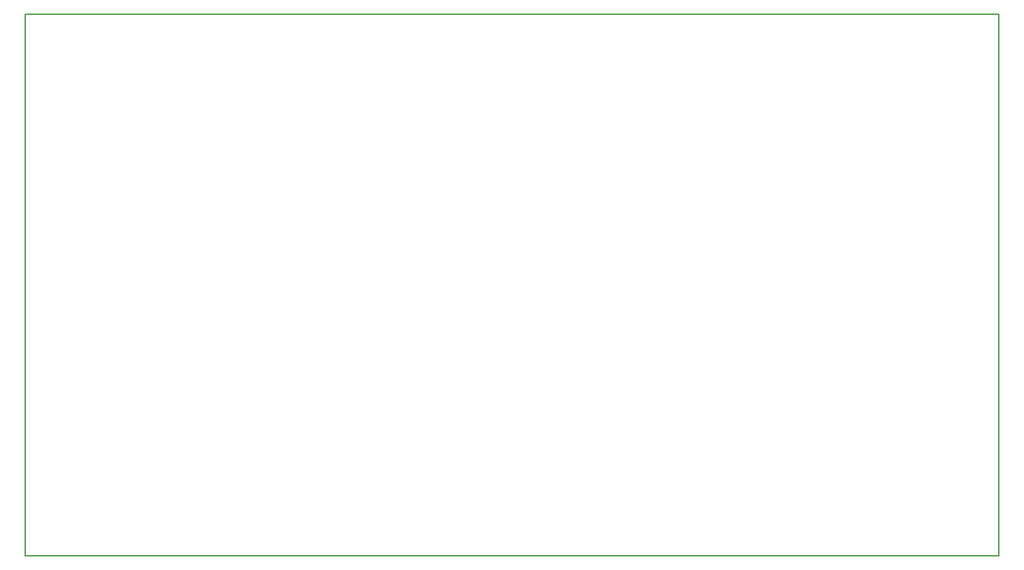
<source format=gbo>
G04 MADE WITH FRITZING*
G04 WWW.FRITZING.ORG*
G04 DOUBLE SIDED*
G04 HOLES PLATED*
G04 CONTOUR ON CENTER OF CONTOUR VECTOR*
%ASAXBY*%
%FSLAX23Y23*%
%MOIN*%
%OFA0B0*%
%SFA1.0B1.0*%
%ADD10R,5.027720X2.801840X5.011720X2.785840*%
%ADD11C,0.008000*%
%LNSILK0*%
G90*
G70*
G54D11*
X4Y2798D02*
X5024Y2798D01*
X5024Y4D01*
X4Y4D01*
X4Y2798D01*
D02*
G04 End of Silk0*
M02*
</source>
